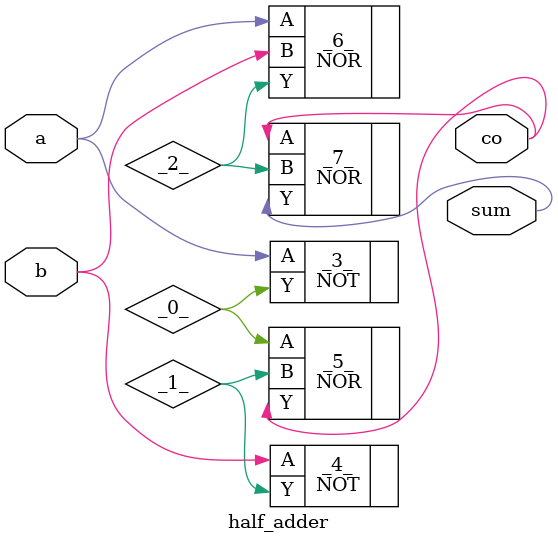
<source format=v>
/* Generated by Yosys 0.9 (git sha1 1979e0b1, i686-w64-mingw32.static-g++ 5.5.0 -Os) */

(* cells_not_processed =  1  *)
(* src = "ha.v:1" *)
module half_adder(a, b, sum, co);
  wire _0_;
  wire _1_;
  wire _2_;
  (* src = "ha.v:2" *)
  input a;
  (* src = "ha.v:2" *)
  input b;
  (* src = "ha.v:3" *)
  output co;
  (* src = "ha.v:3" *)
  output sum;
  NOT _3_ (
    .A(a),
    .Y(_0_)
  );
  NOT _4_ (
    .A(b),
    .Y(_1_)
  );
  NOR _5_ (
    .A(_0_),
    .B(_1_),
    .Y(co)
  );
  NOR _6_ (
    .A(a),
    .B(b),
    .Y(_2_)
  );
  NOR _7_ (
    .A(co),
    .B(_2_),
    .Y(sum)
  );
endmodule

</source>
